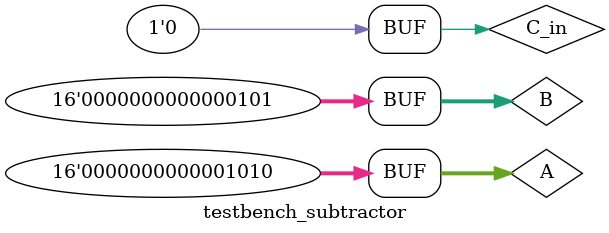
<source format=v>
`timescale 1ns / 1ps


module testbench_subtractor(

);
    reg [15:0] A;
    reg [15:0] B; 
    reg C_in; 
    wire [15:0] D;
    wire C_out;    
    subtractor_module sub(
    .A(A[15:0]),
    .B(B[15:0]),
    .C_in(C_in),
    .D(D[15:0]),
    .C_out(C_out)
    );
    
    
    initial
    begin
    A = 16'b0000000000000000;
    B = 16'b0000000000000000;
    C_in = 1'b0;
    #100;
    //9 - 3
    A = 16'b0000000000001001; 
    B = 16'b0000000000000011;
    #100;
    //10-5
    A = 16'b0000000000001010;
    B = 16'b0000000000000101;
    end
endmodule

</source>
